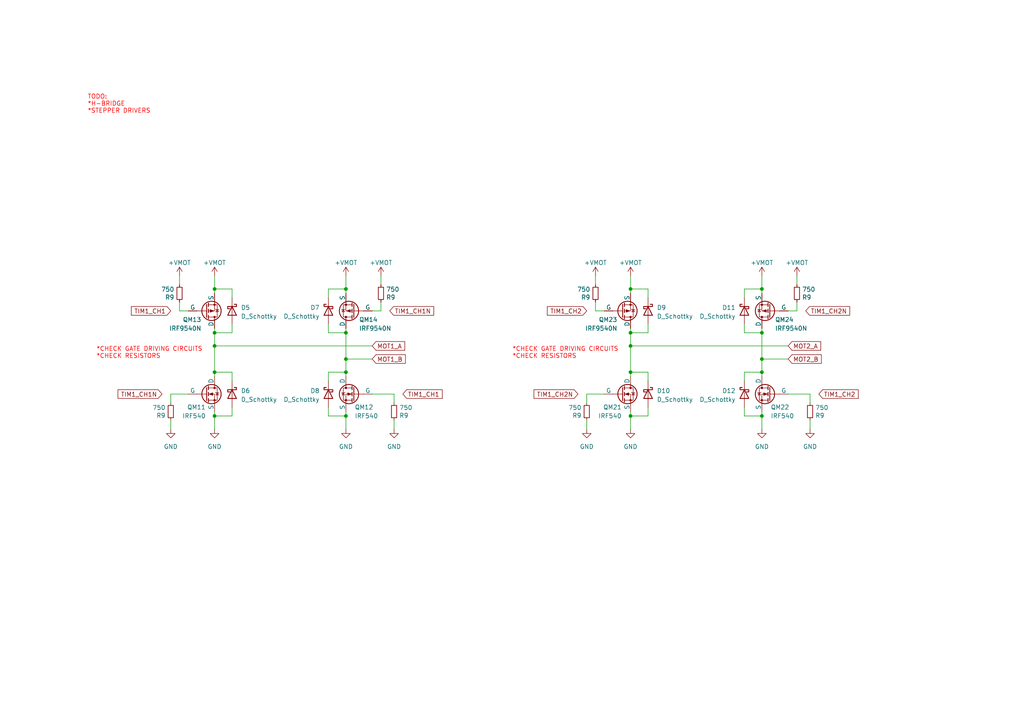
<source format=kicad_sch>
(kicad_sch (version 20230121) (generator eeschema)
  (paper "A4")
  (lib_symbols
    (symbol "CustomUtilities:+VMOT" (power)
      (property "Value" "+VMOT" (at 0 3.937 0))
      (symbol "+VMOT_0_1"
        (polyline (pts (xy 0 2.54) (xy 0.762 1.27)))
        (polyline (pts (xy 0 0) (xy 0 2.54) (xy -0.762 1.27)))
      )
      (symbol "+VMOT_1_1"
        (pin power_in line (at 0 0 90) (length 0) hide (name "+VMOT") (number "1"))
      )
    )
    (symbol "Device:D_Schottky" (pin_numbers hide) (pin_names (offset 1.016) hide)
      (property "Reference" "D" (at 0 2.54 0))
      (property "Value" "D_Schottky" (at 0 -2.54 0))
      (symbol "D_Schottky_0_1"
        (polyline (pts (xy 1.27 0) (xy -1.27 0)))
        (polyline (pts (xy 1.27 1.27) (xy 1.27 -1.27) (xy -1.27 0) (xy 1.27 1.27)) (stroke (width 0.254)))
        (polyline (pts (xy -1.905 0.635) (xy -1.905 1.27) (xy -1.27 1.27) (xy -1.27 -1.27) (xy -0.635 -1.27) (xy -0.635 -0.635)) (stroke (width 0.254)))
      )
      (symbol "D_Schottky_1_1"
        (pin passive line (at -3.81 0 0) (length 2.54) (name "K") (number "1"))
        (pin passive line (at 3.81 0 180) (length 2.54) (name "A") (number "2"))
      )
    )
    (symbol "Device:R_Small" (pin_numbers hide) (pin_names (offset 0.254) hide)
      (property "Reference" "R" (at 0.762 0.508 0))
      (property "Value" "R_Small" (at 0.762 -1.016 0))
      (symbol "R_Small_0_1"
        (rectangle (start -0.762 1.778) (end 0.762 -1.778) (stroke (width 0.2032)))
      )
      (symbol "R_Small_1_1"
        (pin passive line (at 0 2.54 270) (length 0.762) (name "~") (number "1"))
        (pin passive line (at 0 -2.54 90) (length 0.762) (name "~") (number "2"))
      )
    )
    (symbol "Simulation_SPICE:NMOS" (pin_numbers hide) (pin_names (offset 0))
      (property "Reference" "Q" (at 5.08 1.27 0))
      (property "Value" "NMOS" (at 5.08 -1.27 0))
      (symbol "NMOS_0_1"
        (polyline (pts (xy 0.254 0) (xy -2.54 0)))
        (polyline (pts (xy 0.254 1.905) (xy 0.254 -1.905)) (stroke (width 0.254)))
        (polyline (pts (xy 0.762 -1.27) (xy 0.762 -2.286)) (stroke (width 0.254)))
        (polyline (pts (xy 0.762 0.508) (xy 0.762 -0.508)) (stroke (width 0.254)))
        (polyline (pts (xy 0.762 2.286) (xy 0.762 1.27)) (stroke (width 0.254)))
        (polyline (pts (xy 2.54 2.54) (xy 2.54 1.778)))
        (polyline (pts (xy 2.54 -2.54) (xy 2.54 0) (xy 0.762 0)))
        (polyline (pts (xy 0.762 -1.778) (xy 3.302 -1.778) (xy 3.302 1.778) (xy 0.762 1.778)))
        (polyline (pts (xy 1.016 0) (xy 2.032 0.381) (xy 2.032 -0.381) (xy 1.016 0)) (fill (type outline)))
        (polyline (pts (xy 2.794 0.508) (xy 2.921 0.381) (xy 3.683 0.381) (xy 3.81 0.254)))
        (polyline (pts (xy 3.302 0.381) (xy 2.921 -0.254) (xy 3.683 -0.254) (xy 3.302 0.381)))
        (circle (center 1.651 0) (radius 2.794) (stroke (width 0.254)))
        (circle (center 2.54 -1.778) (radius 0.254) (fill (type outline)))
        (circle (center 2.54 1.778) (radius 0.254) (fill (type outline)))
      )
      (symbol "NMOS_1_1"
        (pin passive line (at 2.54 5.08 270) (length 2.54) (name "D") (number "1"))
        (pin input line (at -5.08 0 0) (length 2.54) (name "G") (number "2"))
        (pin passive line (at 2.54 -5.08 90) (length 2.54) (name "S") (number "3"))
      )
    )
    (symbol "Simulation_SPICE:PMOS" (pin_numbers hide) (pin_names (offset 0))
      (property "Reference" "Q" (at 5.08 1.27 0))
      (property "Value" "PMOS" (at 5.08 -1.27 0))
      (symbol "PMOS_0_1"
        (polyline (pts (xy 0.254 0) (xy -2.54 0)))
        (polyline (pts (xy 0.254 1.905) (xy 0.254 -1.905)) (stroke (width 0.254)))
        (polyline (pts (xy 0.762 -1.27) (xy 0.762 -2.286)) (stroke (width 0.254)))
        (polyline (pts (xy 0.762 0.508) (xy 0.762 -0.508)) (stroke (width 0.254)))
        (polyline (pts (xy 0.762 2.286) (xy 0.762 1.27)) (stroke (width 0.254)))
        (polyline (pts (xy 2.54 2.54) (xy 2.54 1.778)))
        (polyline (pts (xy 2.54 -2.54) (xy 2.54 0) (xy 0.762 0)))
        (polyline (pts (xy 0.762 1.778) (xy 3.302 1.778) (xy 3.302 -1.778) (xy 0.762 -1.778)))
        (polyline (pts (xy 2.286 0) (xy 1.27 0.381) (xy 1.27 -0.381) (xy 2.286 0)) (fill (type outline)))
        (polyline (pts (xy 2.794 -0.508) (xy 2.921 -0.381) (xy 3.683 -0.381) (xy 3.81 -0.254)))
        (polyline (pts (xy 3.302 -0.381) (xy 2.921 0.254) (xy 3.683 0.254) (xy 3.302 -0.381)))
        (circle (center 1.651 0) (radius 2.794) (stroke (width 0.254)))
        (circle (center 2.54 -1.778) (radius 0.254) (fill (type outline)))
        (circle (center 2.54 1.778) (radius 0.254) (fill (type outline)))
      )
      (symbol "PMOS_1_1"
        (pin passive line (at 2.54 5.08 270) (length 2.54) (name "D") (number "1"))
        (pin input line (at -5.08 0 0) (length 2.54) (name "G") (number "2"))
        (pin passive line (at 2.54 -5.08 90) (length 2.54) (name "S") (number "3"))
      )
    )
    (symbol "power:GND" (power) (pin_names (offset 0))
      (property "Value" "GND" (at 0 -3.81 0))
      (symbol "GND_0_1"
        (polyline (pts (xy 0 0) (xy 0 -1.27) (xy 1.27 -1.27) (xy 0 -2.54) (xy -1.27 -1.27) (xy 0 -1.27)))
      )
      (symbol "GND_1_1"
        (pin power_in line (at 0 0 270) (length 0) hide (name "GND") (number "1"))
      )
    )
  )
  (junction (at 100.33 107.95))
  (junction (at 100.33 104.14))
  (junction (at 62.23 120.65))
  (junction (at 100.33 83.82))
  (junction (at 220.98 96.52))
  (junction (at 220.98 107.95))
  (junction (at 182.88 96.52))
  (junction (at 182.88 100.33))
  (junction (at 62.23 107.95))
  (junction (at 62.23 83.82))
  (junction (at 220.98 83.82))
  (junction (at 100.33 96.52))
  (junction (at 62.23 96.52))
  (junction (at 182.88 120.65))
  (junction (at 182.88 83.82))
  (junction (at 100.33 120.65))
  (junction (at 62.23 100.33))
  (junction (at 220.98 104.14))
  (junction (at 182.88 107.95))
  (junction (at 220.98 120.65))
  (wire (pts (xy 187.96 93.98) (xy 187.96 96.52)))
  (wire (pts (xy 220.98 104.14) (xy 228.6 104.14)))
  (wire (pts (xy 170.18 121.92) (xy 170.18 124.46)))
  (wire (pts (xy 215.9 107.95) (xy 220.98 107.95)))
  (wire (pts (xy 62.23 96.52) (xy 62.23 100.33)))
  (wire (pts (xy 95.25 107.95) (xy 100.33 107.95)))
  (wire (pts (xy 100.33 120.65) (xy 100.33 124.46)))
  (wire (pts (xy 95.25 93.98) (xy 95.25 96.52)))
  (wire (pts (xy 172.72 87.63) (xy 172.72 90.17)))
  (wire (pts (xy 114.3 116.84) (xy 114.3 114.3)))
  (wire (pts (xy 107.95 114.3) (xy 114.3 114.3)))
  (wire (pts (xy 220.98 96.52) (xy 220.98 104.14)))
  (wire (pts (xy 49.53 116.84) (xy 49.53 114.3)))
  (wire (pts (xy 215.9 83.82) (xy 220.98 83.82)))
  (wire (pts (xy 100.33 119.38) (xy 100.33 120.65)))
  (wire (pts (xy 228.6 90.17) (xy 231.14 90.17)))
  (wire (pts (xy 100.33 95.25) (xy 100.33 96.52)))
  (wire (pts (xy 215.9 93.98) (xy 215.9 96.52)))
  (wire (pts (xy 231.14 82.55) (xy 231.14 80.01)))
  (wire (pts (xy 62.23 83.82) (xy 62.23 85.09)))
  (wire (pts (xy 67.31 83.82) (xy 62.23 83.82)))
  (wire (pts (xy 100.33 80.01) (xy 100.33 83.82)))
  (wire (pts (xy 62.23 100.33) (xy 107.95 100.33)))
  (wire (pts (xy 215.9 86.36) (xy 215.9 83.82)))
  (wire (pts (xy 62.23 95.25) (xy 62.23 96.52)))
  (wire (pts (xy 220.98 83.82) (xy 220.98 85.09)))
  (wire (pts (xy 220.98 104.14) (xy 220.98 107.95)))
  (wire (pts (xy 95.25 86.36) (xy 95.25 83.82)))
  (wire (pts (xy 95.25 120.65) (xy 100.33 120.65)))
  (wire (pts (xy 107.95 90.17) (xy 110.49 90.17)))
  (wire (pts (xy 182.88 120.65) (xy 182.88 124.46)))
  (wire (pts (xy 231.14 87.63) (xy 231.14 90.17)))
  (wire (pts (xy 62.23 80.01) (xy 62.23 83.82)))
  (wire (pts (xy 234.95 121.92) (xy 234.95 124.46)))
  (wire (pts (xy 170.18 116.84) (xy 170.18 114.3)))
  (wire (pts (xy 187.96 83.82) (xy 182.88 83.82)))
  (wire (pts (xy 215.9 110.49) (xy 215.9 107.95)))
  (wire (pts (xy 110.49 87.63) (xy 110.49 90.17)))
  (wire (pts (xy 187.96 86.36) (xy 187.96 83.82)))
  (wire (pts (xy 95.25 110.49) (xy 95.25 107.95)))
  (wire (pts (xy 52.07 80.01) (xy 52.07 82.55)))
  (wire (pts (xy 100.33 104.14) (xy 107.95 104.14)))
  (wire (pts (xy 110.49 82.55) (xy 110.49 80.01)))
  (wire (pts (xy 182.88 100.33) (xy 228.6 100.33)))
  (wire (pts (xy 67.31 107.95) (xy 67.31 110.49)))
  (wire (pts (xy 182.88 95.25) (xy 182.88 96.52)))
  (wire (pts (xy 182.88 107.95) (xy 182.88 109.22)))
  (wire (pts (xy 187.96 120.65) (xy 182.88 120.65)))
  (wire (pts (xy 172.72 80.01) (xy 172.72 82.55)))
  (wire (pts (xy 49.53 114.3) (xy 54.61 114.3)))
  (wire (pts (xy 62.23 107.95) (xy 67.31 107.95)))
  (wire (pts (xy 234.95 116.84) (xy 234.95 114.3)))
  (wire (pts (xy 215.9 118.11) (xy 215.9 120.65)))
  (wire (pts (xy 187.96 96.52) (xy 182.88 96.52)))
  (wire (pts (xy 49.53 121.92) (xy 49.53 124.46)))
  (wire (pts (xy 67.31 120.65) (xy 62.23 120.65)))
  (wire (pts (xy 67.31 96.52) (xy 62.23 96.52)))
  (wire (pts (xy 95.25 96.52) (xy 100.33 96.52)))
  (wire (pts (xy 182.88 96.52) (xy 182.88 100.33)))
  (wire (pts (xy 114.3 121.92) (xy 114.3 124.46)))
  (wire (pts (xy 220.98 107.95) (xy 220.98 109.22)))
  (wire (pts (xy 220.98 80.01) (xy 220.98 83.82)))
  (wire (pts (xy 100.33 107.95) (xy 100.33 109.22)))
  (wire (pts (xy 220.98 95.25) (xy 220.98 96.52)))
  (wire (pts (xy 95.25 118.11) (xy 95.25 120.65)))
  (wire (pts (xy 228.6 114.3) (xy 234.95 114.3)))
  (wire (pts (xy 52.07 90.17) (xy 54.61 90.17)))
  (wire (pts (xy 52.07 87.63) (xy 52.07 90.17)))
  (wire (pts (xy 182.88 80.01) (xy 182.88 83.82)))
  (wire (pts (xy 182.88 107.95) (xy 187.96 107.95)))
  (wire (pts (xy 62.23 107.95) (xy 62.23 109.22)))
  (wire (pts (xy 220.98 119.38) (xy 220.98 120.65)))
  (wire (pts (xy 95.25 83.82) (xy 100.33 83.82)))
  (wire (pts (xy 215.9 96.52) (xy 220.98 96.52)))
  (wire (pts (xy 62.23 100.33) (xy 62.23 107.95)))
  (wire (pts (xy 67.31 93.98) (xy 67.31 96.52)))
  (wire (pts (xy 172.72 90.17) (xy 175.26 90.17)))
  (wire (pts (xy 62.23 119.38) (xy 62.23 120.65)))
  (wire (pts (xy 100.33 96.52) (xy 100.33 104.14)))
  (wire (pts (xy 100.33 104.14) (xy 100.33 107.95)))
  (wire (pts (xy 170.18 114.3) (xy 175.26 114.3)))
  (wire (pts (xy 182.88 83.82) (xy 182.88 85.09)))
  (wire (pts (xy 100.33 83.82) (xy 100.33 85.09)))
  (wire (pts (xy 215.9 120.65) (xy 220.98 120.65)))
  (wire (pts (xy 67.31 118.11) (xy 67.31 120.65)))
  (wire (pts (xy 187.96 107.95) (xy 187.96 110.49)))
  (wire (pts (xy 62.23 120.65) (xy 62.23 124.46)))
  (wire (pts (xy 187.96 118.11) (xy 187.96 120.65)))
  (wire (pts (xy 182.88 119.38) (xy 182.88 120.65)))
  (wire (pts (xy 182.88 100.33) (xy 182.88 107.95)))
  (wire (pts (xy 67.31 86.36) (xy 67.31 83.82)))
  (wire (pts (xy 220.98 120.65) (xy 220.98 124.46)))
  (text "TODO:\n*H-BRIDGE\n*STEPPER DRIVERS" (at 25.4 33.02 0) (effects (font (size 1.27 1.27)) (justify left bottom)))
  (text "*CHECK GATE DRIVING CIRCUITS\n*CHECK RESISTORS" (at 148.59 104.14 0) (effects (font (size 1.27 1.27)) (justify left bottom)))
  (text "*CHECK GATE DRIVING CIRCUITS\n*CHECK RESISTORS" (at 27.94 104.14 0) (effects (font (size 1.27 1.27)) (justify left bottom)))
  (global_label "TIM1_CH2N" (shape input) (at 167.64 114.3 180) (property "Intersheetrefs" "${INTERSHEET_REFS}" (effects hide)))
  (global_label "MOT2_A" (shape input) (at 228.6 100.33 0) (property "Intersheetrefs" "${INTERSHEET_REFS}" (effects hide)))
  (global_label "TIM1_CH2N" (shape input) (at 233.68 90.17 0) (property "Intersheetrefs" "${INTERSHEET_REFS}" (effects hide)))
  (global_label "TIM1_CH1N" (shape input) (at 113.03 90.17 0) (property "Intersheetrefs" "${INTERSHEET_REFS}" (effects hide)))
  (global_label "TIM1_CH1N" (shape input) (at 46.99 114.3 180) (property "Intersheetrefs" "${INTERSHEET_REFS}" (effects hide)))
  (global_label "TIM1_CH1" (shape input) (at 116.84 114.3 0) (property "Intersheetrefs" "${INTERSHEET_REFS}" (effects hide)))
  (global_label "TIM1_CH2" (shape input) (at 170.18 90.17 180) (property "Intersheetrefs" "${INTERSHEET_REFS}" (effects hide)))
  (global_label "MOT1_A" (shape input) (at 107.95 100.33 0) (property "Intersheetrefs" "${INTERSHEET_REFS}" (effects hide)))
  (global_label "TIM1_CH1" (shape input) (at 49.53 90.17 180) (property "Intersheetrefs" "${INTERSHEET_REFS}" (effects hide)))
  (global_label "MOT1_B" (shape input) (at 107.95 104.14 0) (property "Intersheetrefs" "${INTERSHEET_REFS}" (effects hide)))
  (global_label "MOT2_B" (shape input) (at 228.6 104.14 0) (property "Intersheetrefs" "${INTERSHEET_REFS}" (effects hide)))
  (global_label "TIM1_CH2" (shape input) (at 237.49 114.3 0) (property "Intersheetrefs" "${INTERSHEET_REFS}" (effects hide)))
  (symbol (lib_id "Device:R_Small") (at 234.95 119.38 0) (mirror x) (unit 1)
    (property "Reference" "R9" (at 236.4487 120.5294 0) (effects (justify left)))
    (property "Value" "750" (at 236.449 118.231 0) (effects (justify left)))
    (property "Footprint" "Resistor_SMD:R_0603_1608Metric" (effects hide))
    (property "PartNumber" "RGT1608P-821-B-T5" (effects hide))
    (property "LCSC" "C101202" (effects hide))
    (instances (project "RevA_Mecanismos" (path "" (reference "R9") (unit 1)) (path "" (reference "R19") (unit 1))) (project "IO_module" (path "" (reference "R9") (unit 1))))
  )
  (symbol (lib_id "Device:R_Small") (at 49.53 119.38 180) (unit 1)
    (property "Reference" "R9" (at 48.0313 120.5294 0) (effects (justify left)))
    (property "Value" "750" (at 48.031 118.231 0) (effects (justify left)))
    (property "Footprint" "Resistor_SMD:R_0603_1608Metric" (effects hide))
    (property "PartNumber" "RGT1608P-821-B-T5" (effects hide))
    (property "LCSC" "C101202" (effects hide))
    (instances (project "RevA_Mecanismos" (path "" (reference "R9") (unit 1)) (path "" (reference "R12") (unit 1))) (project "IO_module" (path "" (reference "R9") (unit 1))))
  )
  (symbol (lib_id "Device:R_Small") (at 110.49 85.09 0) (mirror x) (unit 1)
    (property "Reference" "R9" (at 111.9887 86.2394 0) (effects (justify left)))
    (property "Value" "750" (at 111.989 83.941 0) (effects (justify left)))
    (property "Footprint" "Resistor_SMD:R_0603_1608Metric" (effects hide))
    (property "PartNumber" "RGT1608P-821-B-T5" (effects hide))
    (property "LCSC" "C101202" (effects hide))
    (instances (project "RevA_Mecanismos" (path "" (reference "R9") (unit 1)) (path "" (reference "R14") (unit 1))) (project "IO_module" (path "" (reference "R9") (unit 1))))
  )
  (symbol (lib_id "Device:D_Schottky") (at 95.25 114.3 90) (mirror x) (unit 1)
    (property "Reference" "D8" (at 92.71 113.3475 90) (effects (justify left)))
    (property "Value" "D_Schottky" (at 92.71 115.8875 90) (effects (justify left)))
  )
  (symbol (lib_id "Simulation_SPICE:PMOS") (at 223.52 90.17 180) (unit 1)
    (property "Reference" "QM24" (at 224.79 92.71 0) (effects (justify right)))
    (property "Value" "IRF9540N" (at 224.79 95.25 0) (effects (justify right)))
    (property "Datasheet" "https://www.lcsc.com/datasheet/lcsc_datasheet_2304140030_Infineon-Technologies-IRF9540NSTRLPBF_C33903.pdf" (effects hide))
    (property "Sim.Device" "PMOS" (effects hide))
    (property "Sim.Type" "VDMOS" (effects hide))
    (property "Sim.Pins" "1=D 2=G 3=S" (effects hide))
  )
  (symbol (lib_id "Simulation_SPICE:NMOS") (at 59.69 114.3 0) (unit 1)
    (property "Reference" "QM11" (at 59.69 118.11 0) (effects (justify right)))
    (property "Value" "IRF540" (at 59.69 120.65 0) (effects (justify right)))
    (property "Datasheet" "https://www.lcsc.com/datasheet/lcsc_datasheet_1912111437_Infineon-Technologies-IRF540ZPBF_C459970.pdf" (effects hide))
    (property "Sim.Device" "NMOS" (effects hide))
    (property "Sim.Type" "VDMOS" (effects hide))
    (property "Sim.Pins" "1=D 2=G 3=S" (effects hide))
  )
  (symbol (lib_id "power:GND") (at 234.95 124.46 0) (unit 1)
    (property "Reference" "#PWR047" (effects hide))
    (property "Value" "GND" (at 234.95 129.54 0))
  )
  (symbol (lib_id "power:GND") (at 49.53 124.46 0) (unit 1)
    (property "Reference" "#PWR036" (effects hide))
    (property "Value" "GND" (at 49.53 129.54 0))
  )
  (symbol (lib_id "Device:D_Schottky") (at 187.96 114.3 270) (unit 1)
    (property "Reference" "D10" (at 190.5 113.3475 90) (effects (justify left)))
    (property "Value" "D_Schottky" (at 190.5 115.8875 90) (effects (justify left)))
  )
  (symbol (lib_id "Device:R_Small") (at 170.18 119.38 180) (unit 1)
    (property "Reference" "R9" (at 168.6813 120.5294 0) (effects (justify left)))
    (property "Value" "750" (at 168.681 118.231 0) (effects (justify left)))
    (property "Footprint" "Resistor_SMD:R_0603_1608Metric" (effects hide))
    (property "PartNumber" "RGT1608P-821-B-T5" (effects hide))
    (property "LCSC" "C101202" (effects hide))
    (instances (project "RevA_Mecanismos" (path "" (reference "R9") (unit 1)) (path "" (reference "R16") (unit 1))) (project "IO_module" (path "" (reference "R9") (unit 1))))
  )
  (symbol (lib_id "Simulation_SPICE:NMOS") (at 180.34 114.3 0) (unit 1)
    (property "Reference" "QM21" (at 180.34 118.11 0) (effects (justify right)))
    (property "Value" "IRF540" (at 180.34 120.65 0) (effects (justify right)))
    (property "Datasheet" "https://www.lcsc.com/datasheet/lcsc_datasheet_1912111437_Infineon-Technologies-IRF540ZPBF_C459970.pdf" (effects hide))
    (property "Sim.Device" "NMOS" (effects hide))
    (property "Sim.Type" "VDMOS" (effects hide))
    (property "Sim.Pins" "1=D 2=G 3=S" (effects hide))
  )
  (symbol (lib_id "Device:D_Schottky") (at 215.9 114.3 90) (mirror x) (unit 1)
    (property "Reference" "D12" (at 213.36 113.3475 90) (effects (justify left)))
    (property "Value" "D_Schottky" (at 213.36 115.8875 90) (effects (justify left)))
  )
  (symbol (lib_id "Device:R_Small") (at 172.72 85.09 180) (unit 1)
    (property "Reference" "R9" (at 171.2213 86.2394 0) (effects (justify left)))
    (property "Value" "750" (at 171.221 83.941 0) (effects (justify left)))
    (property "Footprint" "Resistor_SMD:R_0603_1608Metric" (effects hide))
    (property "PartNumber" "RGT1608P-821-B-T5" (effects hide))
    (property "LCSC" "C101202" (effects hide))
    (instances (project "RevA_Mecanismos" (path "" (reference "R9") (unit 1)) (path "" (reference "R17") (unit 1))) (project "IO_module" (path "" (reference "R9") (unit 1))))
  )
  (symbol (lib_id "CustomUtilities:+VMOT") (at 62.23 80.01 0) (unit 1)
    (property "Reference" "#PWR034" (effects hide))
    (property "Value" "+VMOT" (at 62.23 76.2 0))
  )
  (symbol (lib_id "Device:R_Small") (at 52.07 85.09 180) (unit 1)
    (property "Reference" "R9" (at 50.5713 86.2394 0) (effects (justify left)))
    (property "Value" "750" (at 50.571 83.941 0) (effects (justify left)))
    (property "Footprint" "Resistor_SMD:R_0603_1608Metric" (effects hide))
    (property "PartNumber" "RGT1608P-821-B-T5" (effects hide))
    (property "LCSC" "C101202" (effects hide))
    (instances (project "RevA_Mecanismos" (path "" (reference "R9") (unit 1)) (path "" (reference "R13") (unit 1))) (project "IO_module" (path "" (reference "R9") (unit 1))))
  )
  (symbol (lib_id "power:GND") (at 100.33 124.46 0) (unit 1)
    (property "Reference" "#PWR033" (effects hide))
    (property "Value" "GND" (at 100.33 129.54 0))
  )
  (symbol (lib_id "CustomUtilities:+VMOT") (at 231.14 80.01 0) (unit 1)
    (property "Reference" "#PWR046" (effects hide))
    (property "Value" "+VMOT" (at 231.14 76.2 0))
  )
  (symbol (lib_id "Simulation_SPICE:PMOS") (at 102.87 90.17 180) (unit 1)
    (property "Reference" "QM14" (at 104.14 92.71 0) (effects (justify right)))
    (property "Value" "IRF9540N" (at 104.14 95.25 0) (effects (justify right)))
    (property "Datasheet" "https://www.lcsc.com/datasheet/lcsc_datasheet_2304140030_Infineon-Technologies-IRF9540NSTRLPBF_C33903.pdf" (effects hide))
    (property "Sim.Device" "PMOS" (effects hide))
    (property "Sim.Type" "VDMOS" (effects hide))
    (property "Sim.Pins" "1=D 2=G 3=S" (effects hide))
  )
  (symbol (lib_id "CustomUtilities:+VMOT") (at 172.72 80.01 0) (unit 1)
    (property "Reference" "#PWR041" (effects hide))
    (property "Value" "+VMOT" (at 172.72 76.2 0))
  )
  (symbol (lib_id "power:GND") (at 182.88 124.46 0) (unit 1)
    (property "Reference" "#PWR043" (effects hide))
    (property "Value" "GND" (at 182.88 129.54 0))
  )
  (symbol (lib_id "Simulation_SPICE:PMOS") (at 180.34 90.17 0) (mirror x) (unit 1)
    (property "Reference" "QM23" (at 179.07 92.71 0) (effects (justify right)))
    (property "Value" "IRF9540N" (at 179.07 95.25 0) (effects (justify right)))
    (property "Datasheet" "https://www.lcsc.com/datasheet/lcsc_datasheet_2304140030_Infineon-Technologies-IRF9540NSTRLPBF_C33903.pdf" (effects hide))
    (property "Sim.Device" "PMOS" (effects hide))
    (property "Sim.Type" "VDMOS" (effects hide))
    (property "Sim.Pins" "1=D 2=G 3=S" (effects hide))
    (property "Sim.Enable" "0" (effects hide))
  )
  (symbol (lib_id "CustomUtilities:+VMOT") (at 100.33 80.01 0) (unit 1)
    (property "Reference" "#PWR035" (effects hide))
    (property "Value" "+VMOT" (at 100.33 76.2 0))
  )
  (symbol (lib_id "CustomUtilities:+VMOT") (at 52.07 80.01 0) (unit 1)
    (property "Reference" "#PWR038" (effects hide))
    (property "Value" "+VMOT" (at 52.07 76.2 0))
  )
  (symbol (lib_id "CustomUtilities:+VMOT") (at 182.88 80.01 0) (unit 1)
    (property "Reference" "#PWR042" (effects hide))
    (property "Value" "+VMOT" (at 182.88 76.2 0))
  )
  (symbol (lib_id "Device:D_Schottky") (at 215.9 90.17 90) (mirror x) (unit 1)
    (property "Reference" "D11" (at 213.36 89.2175 90) (effects (justify left)))
    (property "Value" "D_Schottky" (at 213.36 91.7575 90) (effects (justify left)))
  )
  (symbol (lib_id "Device:D_Schottky") (at 67.31 114.3 270) (unit 1)
    (property "Reference" "D6" (at 69.85 113.3475 90) (effects (justify left)))
    (property "Value" "D_Schottky" (at 69.85 115.8875 90) (effects (justify left)))
  )
  (symbol (lib_id "power:GND") (at 114.3 124.46 0) (unit 1)
    (property "Reference" "#PWR037" (effects hide))
    (property "Value" "GND" (at 114.3 129.54 0))
  )
  (symbol (lib_id "Device:D_Schottky") (at 187.96 90.17 270) (unit 1)
    (property "Reference" "D9" (at 190.5 89.2175 90) (effects (justify left)))
    (property "Value" "D_Schottky" (at 190.5 91.7575 90) (effects (justify left)))
  )
  (symbol (lib_id "power:GND") (at 62.23 124.46 0) (unit 1)
    (property "Reference" "#PWR032" (effects hide))
    (property "Value" "GND" (at 62.23 129.54 0))
  )
  (symbol (lib_id "Simulation_SPICE:PMOS") (at 59.69 90.17 0) (mirror x) (unit 1)
    (property "Reference" "QM13" (at 58.42 92.71 0) (effects (justify right)))
    (property "Value" "IRF9540N" (at 58.42 95.25 0) (effects (justify right)))
    (property "Datasheet" "https://www.lcsc.com/datasheet/lcsc_datasheet_2304140030_Infineon-Technologies-IRF9540NSTRLPBF_C33903.pdf" (effects hide))
    (property "Sim.Device" "PMOS" (effects hide))
    (property "Sim.Type" "VDMOS" (effects hide))
    (property "Sim.Pins" "1=D 2=G 3=S" (effects hide))
    (property "Sim.Enable" "0" (effects hide))
  )
  (symbol (lib_id "Simulation_SPICE:NMOS") (at 223.52 114.3 0) (mirror y) (unit 1)
    (property "Reference" "QM22" (at 223.52 118.11 0) (effects (justify right)))
    (property "Value" "IRF540" (at 223.52 120.65 0) (effects (justify right)))
    (property "Datasheet" "https://www.lcsc.com/datasheet/lcsc_datasheet_1912111437_Infineon-Technologies-IRF540ZPBF_C459970.pdf" (effects hide))
    (property "Sim.Device" "NMOS" (effects hide))
    (property "Sim.Type" "VDMOS" (effects hide))
    (property "Sim.Pins" "1=D 2=G 3=S" (effects hide))
  )
  (symbol (lib_id "power:GND") (at 220.98 124.46 0) (unit 1)
    (property "Reference" "#PWR045" (effects hide))
    (property "Value" "GND" (at 220.98 129.54 0))
  )
  (symbol (lib_id "Device:R_Small") (at 114.3 119.38 0) (mirror x) (unit 1)
    (property "Reference" "R9" (at 115.7987 120.5294 0) (effects (justify left)))
    (property "Value" "750" (at 115.799 118.231 0) (effects (justify left)))
    (property "Footprint" "Resistor_SMD:R_0603_1608Metric" (effects hide))
    (property "PartNumber" "RGT1608P-821-B-T5" (effects hide))
    (property "LCSC" "C101202" (effects hide))
    (instances (project "RevA_Mecanismos" (path "" (reference "R9") (unit 1)) (path "" (reference "R15") (unit 1))) (project "IO_module" (path "" (reference "R9") (unit 1))))
  )
  (symbol (lib_id "Device:D_Schottky") (at 67.31 90.17 270) (unit 1)
    (property "Reference" "D5" (at 69.85 89.2175 90) (effects (justify left)))
    (property "Value" "D_Schottky" (at 69.85 91.7575 90) (effects (justify left)))
  )
  (symbol (lib_id "CustomUtilities:+VMOT") (at 110.49 80.01 0) (unit 1)
    (property "Reference" "#PWR039" (effects hide))
    (property "Value" "+VMOT" (at 110.49 76.2 0))
  )
  (symbol (lib_id "Device:D_Schottky") (at 95.25 90.17 90) (mirror x) (unit 1)
    (property "Reference" "D7" (at 92.71 89.2175 90) (effects (justify left)))
    (property "Value" "D_Schottky" (at 92.71 91.7575 90) (effects (justify left)))
  )
  (symbol (lib_id "CustomUtilities:+VMOT") (at 220.98 80.01 0) (unit 1)
    (property "Reference" "#PWR044" (effects hide))
    (property "Value" "+VMOT" (at 220.98 76.2 0))
  )
  (symbol (lib_id "Simulation_SPICE:NMOS") (at 102.87 114.3 0) (mirror y) (unit 1)
    (property "Reference" "QM12" (at 102.87 118.11 0) (effects (justify right)))
    (property "Value" "IRF540" (at 102.87 120.65 0) (effects (justify right)))
    (property "Datasheet" "https://www.lcsc.com/datasheet/lcsc_datasheet_1912111437_Infineon-Technologies-IRF540ZPBF_C459970.pdf" (effects hide))
    (property "Sim.Device" "NMOS" (effects hide))
    (property "Sim.Type" "VDMOS" (effects hide))
    (property "Sim.Pins" "1=D 2=G 3=S" (effects hide))
  )
  (symbol (lib_id "power:GND") (at 170.18 124.46 0) (unit 1)
    (property "Reference" "#PWR040" (effects hide))
    (property "Value" "GND" (at 170.18 129.54 0))
  )
  (symbol (lib_id "Device:R_Small") (at 231.14 85.09 0) (mirror x) (unit 1)
    (property "Reference" "R9" (at 232.6387 86.2394 0) (effects (justify left)))
    (property "Value" "750" (at 232.639 83.941 0) (effects (justify left)))
    (property "Footprint" "Resistor_SMD:R_0603_1608Metric" (effects hide))
    (property "PartNumber" "RGT1608P-821-B-T5" (effects hide))
    (property "LCSC" "C101202" (effects hide))
    (instances (project "RevA_Mecanismos" (path "" (reference "R9") (unit 1)) (path "" (reference "R18") (unit 1))) (project "IO_module" (path "" (reference "R9") (unit 1))))
  )
)
</source>
